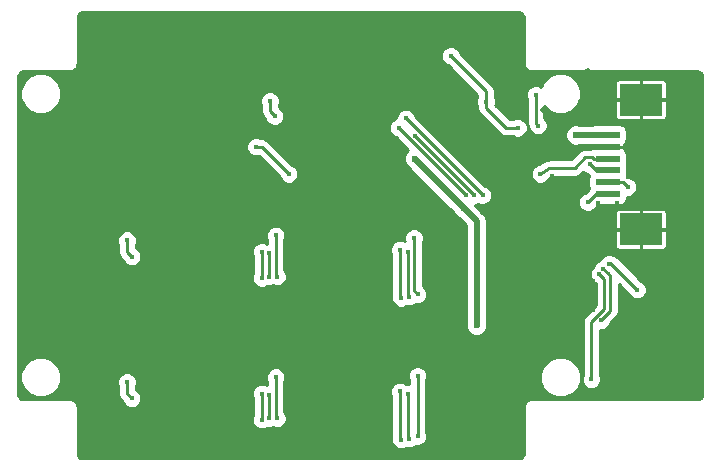
<source format=gbl>
G04 #@! TF.FileFunction,Copper,L2,Bot,Signal*
%FSLAX46Y46*%
G04 Gerber Fmt 4.6, Leading zero omitted, Abs format (unit mm)*
G04 Created by KiCad (PCBNEW 4.0.7) date 10/18/18 13:28:54*
%MOMM*%
%LPD*%
G01*
G04 APERTURE LIST*
%ADD10C,0.100000*%
%ADD11R,2.000000X0.610000*%
%ADD12R,3.600000X2.680000*%
%ADD13C,0.400000*%
%ADD14C,0.600000*%
%ADD15C,0.220000*%
%ADD16C,0.500000*%
%ADD17C,0.300000*%
G04 APERTURE END LIST*
D10*
D11*
X220000000Y-119500000D03*
X220000000Y-120500000D03*
X220000000Y-121500000D03*
X220000000Y-122500000D03*
X220000000Y-123500000D03*
X220000000Y-124500000D03*
D12*
X222800000Y-116510000D03*
X222800000Y-127490000D03*
D13*
X219625000Y-130825000D03*
X219400000Y-135200000D03*
D14*
X208900000Y-135600000D03*
X207800000Y-125700000D03*
X203675000Y-121500000D03*
D13*
X191400000Y-116600000D03*
X191800000Y-117900000D03*
X202300000Y-118900000D03*
X208000000Y-124600000D03*
X202900000Y-118100000D03*
X209400000Y-124600000D03*
X203700000Y-119600000D03*
X208700000Y-124600000D03*
X179300000Y-128400000D03*
X179700000Y-129800000D03*
X190700000Y-131600000D03*
X190700000Y-129400000D03*
X191900000Y-128000000D03*
X192000000Y-131500000D03*
X191300000Y-129500000D03*
X191300000Y-131500000D03*
X202400000Y-129200000D03*
X202500000Y-133300000D03*
X203900000Y-133000000D03*
X203600000Y-128200000D03*
X203100000Y-129400000D03*
X203200000Y-133200000D03*
X179700000Y-141800000D03*
X179300000Y-140400000D03*
X190700000Y-143600000D03*
X190700000Y-141400000D03*
X191900000Y-140000000D03*
X192000000Y-143500000D03*
X191300000Y-141500000D03*
X191300000Y-143500000D03*
X202500000Y-145300000D03*
X202400000Y-141200000D03*
X203900000Y-139900000D03*
X203900000Y-145000000D03*
X203100000Y-141400000D03*
X203200000Y-145200000D03*
X221700000Y-123900000D03*
X218500000Y-122000000D03*
X218300000Y-125200000D03*
X214300000Y-122800000D03*
X190200000Y-120500000D03*
X193000000Y-122800000D03*
X219300000Y-131300000D03*
X218600000Y-140200000D03*
X206700000Y-112800000D03*
X212400000Y-118900000D03*
X209700000Y-116700000D03*
X213900000Y-116100000D03*
X214100000Y-118700000D03*
X220100000Y-130400000D03*
X222500000Y-132600000D03*
D14*
X217300000Y-119500000D03*
D13*
X212593750Y-130931250D03*
X212593750Y-132218750D03*
X212593750Y-133506250D03*
X213881250Y-133506250D03*
X215168750Y-133506250D03*
X216456250Y-133506250D03*
X216456250Y-132218750D03*
X216456250Y-130931250D03*
X216456250Y-129643750D03*
X215168750Y-129643750D03*
X213881250Y-129643750D03*
X212593750Y-129643750D03*
X218725000Y-129075000D03*
X221600000Y-120800000D03*
X220800000Y-125300000D03*
X221700000Y-123100000D03*
X218725000Y-134325000D03*
X217800000Y-120500000D03*
X218725000Y-132825000D03*
X219200000Y-125300000D03*
X197500000Y-121500000D03*
X214500000Y-117400000D03*
X218300000Y-114100000D03*
X217300000Y-127400000D03*
X210200000Y-129800000D03*
X212750000Y-111750000D03*
X217000000Y-135900000D03*
X215800000Y-135900000D03*
X203600000Y-135700000D03*
X218700000Y-130300000D03*
X172800000Y-135600000D03*
X213800000Y-135900000D03*
X215300000Y-123000000D03*
X218725000Y-131825000D03*
X218400000Y-126200000D03*
X213800000Y-126900000D03*
X210400000Y-133500000D03*
X214049998Y-120800000D03*
X216800000Y-123400000D03*
D15*
X219625000Y-130825000D02*
X220000000Y-131200000D01*
X220200000Y-134400000D02*
X219400000Y-135200000D01*
X220200000Y-131400000D02*
X220200000Y-134400000D01*
X220000000Y-131200000D02*
X220200000Y-131400000D01*
D16*
X207800000Y-125700000D02*
X208900000Y-126800000D01*
X208900000Y-126800000D02*
X208900000Y-135600000D01*
X207800000Y-125700000D02*
X204000000Y-121900000D01*
X204000000Y-121900000D02*
X203675000Y-121500000D01*
D15*
X191400000Y-117500000D02*
X191400000Y-116600000D01*
X191800000Y-117900000D02*
X191400000Y-117500000D01*
X208000000Y-124600000D02*
X202300000Y-118900000D01*
X209400000Y-124600000D02*
X202900000Y-118100000D01*
X208700000Y-124600000D02*
X203700000Y-119600000D01*
X179300000Y-129400000D02*
X179300000Y-128400000D01*
X179700000Y-129800000D02*
X179300000Y-129400000D01*
X190700000Y-129400000D02*
X190700000Y-131600000D01*
X191900000Y-131400000D02*
X191900000Y-128000000D01*
X192000000Y-131500000D02*
X191900000Y-131400000D01*
X191300000Y-131500000D02*
X191300000Y-129500000D01*
X202400000Y-133200000D02*
X202400000Y-129200000D01*
X202500000Y-133300000D02*
X202400000Y-133200000D01*
X203900000Y-133000000D02*
X203600000Y-132700000D01*
X203600000Y-132700000D02*
X203600000Y-128200000D01*
X203100000Y-133100000D02*
X203100000Y-129400000D01*
X203200000Y-133200000D02*
X203100000Y-133100000D01*
X179700000Y-141800000D02*
X179300000Y-141400000D01*
X179300000Y-141400000D02*
X179300000Y-140400000D01*
X190700000Y-141400000D02*
X190700000Y-143600000D01*
X191900000Y-143400000D02*
X191900000Y-140000000D01*
X192000000Y-143500000D02*
X191900000Y-143400000D01*
X191300000Y-143500000D02*
X191300000Y-141500000D01*
X202500000Y-145300000D02*
X202400000Y-145200000D01*
X202400000Y-145200000D02*
X202400000Y-141200000D01*
X203900000Y-139900000D02*
X203900000Y-145000000D01*
X203100000Y-145100000D02*
X203100000Y-141400000D01*
X203200000Y-145200000D02*
X203100000Y-145100000D01*
X221300000Y-123500000D02*
X220000000Y-123500000D01*
X221700000Y-123900000D02*
X221300000Y-123500000D01*
X218500000Y-122000000D02*
X219000000Y-122500000D01*
X219000000Y-122500000D02*
X220000000Y-122500000D01*
X218300000Y-125200000D02*
X219000000Y-124500000D01*
X219000000Y-124500000D02*
X220000000Y-124500000D01*
X220000000Y-121500000D02*
X218800000Y-121500000D01*
X215000000Y-122300000D02*
X214300000Y-122800000D01*
X218100000Y-121400000D02*
X217200000Y-122300000D01*
X218700000Y-121400000D02*
X218100000Y-121400000D01*
X218800000Y-121500000D02*
X218700000Y-121400000D01*
X215000000Y-122300000D02*
X217200000Y-122300000D01*
X190700000Y-120500000D02*
X190200000Y-120500000D01*
X193000000Y-122800000D02*
X190700000Y-120500000D01*
X219300000Y-131300000D02*
X219700000Y-131700000D01*
X218600000Y-135300000D02*
X218600000Y-140200000D01*
X219700000Y-134200000D02*
X218600000Y-135300000D01*
X219700000Y-131700000D02*
X219700000Y-134200000D01*
X209700000Y-116700000D02*
X209700000Y-115800000D01*
X209700000Y-115800000D02*
X206700000Y-112800000D01*
X212400000Y-118900000D02*
X211400000Y-118900000D01*
X211400000Y-118900000D02*
X209700000Y-117200000D01*
X209700000Y-117200000D02*
X209700000Y-116700000D01*
X213900000Y-118300000D02*
X213900000Y-118500000D01*
X213900000Y-118300000D02*
X213900000Y-116100000D01*
X213900000Y-118500000D02*
X214100000Y-118700000D01*
D17*
X220100000Y-130400000D02*
X220300000Y-130400000D01*
X220300000Y-130400000D02*
X222500000Y-132600000D01*
D16*
X217300000Y-119500000D02*
X219200000Y-119500000D01*
D15*
X212593750Y-130931250D02*
X212600000Y-130937500D01*
X212600000Y-130937500D02*
X212600000Y-130950000D01*
X212593750Y-132218750D02*
X212600000Y-132212500D01*
X212600000Y-132212500D02*
X212600000Y-132200000D01*
X212593750Y-133506250D02*
X212600000Y-133500000D01*
X213881250Y-133506250D02*
X213887500Y-133500000D01*
X213887500Y-133500000D02*
X213900000Y-133500000D01*
X215168750Y-133506250D02*
X215162500Y-133500000D01*
X215162500Y-133500000D02*
X215150000Y-133500000D01*
X216456250Y-133506250D02*
X216450000Y-133500000D01*
X216456250Y-132218750D02*
X216450000Y-132212500D01*
X216450000Y-132212500D02*
X216450000Y-132200000D01*
X216456250Y-130931250D02*
X216450000Y-130937500D01*
X216450000Y-130937500D02*
X216450000Y-130950000D01*
X216456250Y-129643750D02*
X216450000Y-129650000D01*
X215168750Y-129643750D02*
X215162500Y-129650000D01*
X215162500Y-129650000D02*
X215150000Y-129650000D01*
X213881250Y-129643750D02*
X213887500Y-129650000D01*
X213887500Y-129650000D02*
X213900000Y-129650000D01*
X212593750Y-129643750D02*
X212600000Y-129650000D01*
X220000000Y-120500000D02*
X221300000Y-120500000D01*
X221300000Y-120500000D02*
X221600000Y-120800000D01*
D16*
X218400000Y-120500000D02*
X217800000Y-120500000D01*
X220000000Y-120500000D02*
X218400000Y-120500000D01*
X214500000Y-117400000D02*
X214600000Y-117400000D01*
X214600000Y-117400000D02*
X214900000Y-117700000D01*
X217900000Y-114500000D02*
X218300000Y-114100000D01*
D15*
X218400000Y-126100000D02*
X218400000Y-126200000D01*
D16*
X214100000Y-120749998D02*
X214100000Y-120700000D01*
X214049998Y-120800000D02*
X214100000Y-120749998D01*
D15*
G36*
X212648422Y-109141677D02*
X212774248Y-109225752D01*
X212858323Y-109351578D01*
X212890000Y-109510832D01*
X212890000Y-113500000D01*
X212892114Y-113521460D01*
X212930174Y-113712802D01*
X212946599Y-113752455D01*
X213054986Y-113914666D01*
X213085334Y-113945014D01*
X213247545Y-114053401D01*
X213287198Y-114069826D01*
X213478540Y-114107886D01*
X213500000Y-114110000D01*
X227589168Y-114110000D01*
X227748422Y-114141677D01*
X227874248Y-114225752D01*
X227958323Y-114351578D01*
X227990000Y-114510832D01*
X227990000Y-141489168D01*
X227958323Y-141648422D01*
X227874248Y-141774248D01*
X227748422Y-141858323D01*
X227589168Y-141890000D01*
X213500000Y-141890000D01*
X213478540Y-141892114D01*
X213287198Y-141930174D01*
X213247545Y-141946599D01*
X213085334Y-142054986D01*
X213054986Y-142085334D01*
X212946599Y-142247545D01*
X212930174Y-142287198D01*
X212892114Y-142478540D01*
X212890000Y-142500000D01*
X212890000Y-146489168D01*
X212858323Y-146648422D01*
X212774248Y-146774248D01*
X212648422Y-146858323D01*
X212489168Y-146890000D01*
X175510832Y-146890000D01*
X175351578Y-146858323D01*
X175225752Y-146774248D01*
X175141677Y-146648422D01*
X175110000Y-146489168D01*
X175110000Y-142500000D01*
X175107886Y-142478540D01*
X175069826Y-142287198D01*
X175053401Y-142247545D01*
X174945014Y-142085334D01*
X174914666Y-142054986D01*
X174752455Y-141946599D01*
X174712802Y-141930174D01*
X174521460Y-141892114D01*
X174500000Y-141890000D01*
X170510832Y-141890000D01*
X170351578Y-141858323D01*
X170225752Y-141774248D01*
X170141677Y-141648422D01*
X170110000Y-141489168D01*
X170110000Y-140340232D01*
X170281702Y-140340232D01*
X170542701Y-140971898D01*
X171025560Y-141455601D01*
X171656769Y-141717702D01*
X172340232Y-141718298D01*
X172971898Y-141457299D01*
X173455601Y-140974440D01*
X173626862Y-140561996D01*
X178481858Y-140561996D01*
X178572000Y-140780156D01*
X178572000Y-141400000D01*
X178627416Y-141678594D01*
X178708537Y-141800000D01*
X178785226Y-141914774D01*
X178916649Y-142046197D01*
X179006129Y-142262755D01*
X179236035Y-142493063D01*
X179536576Y-142617858D01*
X179861996Y-142618142D01*
X180162755Y-142493871D01*
X180393063Y-142263965D01*
X180517858Y-141963424D01*
X180518142Y-141638004D01*
X180486737Y-141561996D01*
X189881858Y-141561996D01*
X189972000Y-141780156D01*
X189972000Y-143220173D01*
X189882142Y-143436576D01*
X189881858Y-143761996D01*
X190006129Y-144062755D01*
X190236035Y-144293063D01*
X190536576Y-144417858D01*
X190861996Y-144418142D01*
X191120678Y-144311257D01*
X191136576Y-144317858D01*
X191461996Y-144318142D01*
X191650091Y-144240423D01*
X191836576Y-144317858D01*
X192161996Y-144318142D01*
X192462755Y-144193871D01*
X192693063Y-143963965D01*
X192817858Y-143663424D01*
X192818142Y-143338004D01*
X192693871Y-143037245D01*
X192628000Y-142971259D01*
X192628000Y-141361996D01*
X201581858Y-141361996D01*
X201672000Y-141580156D01*
X201672000Y-145200000D01*
X201682043Y-145250487D01*
X201681858Y-145461996D01*
X201806129Y-145762755D01*
X202036035Y-145993063D01*
X202336576Y-146117858D01*
X202661996Y-146118142D01*
X202962755Y-145993871D01*
X202967471Y-145989163D01*
X203036576Y-146017858D01*
X203361996Y-146018142D01*
X203662755Y-145893871D01*
X203738899Y-145817860D01*
X204061996Y-145818142D01*
X204362755Y-145693871D01*
X204593063Y-145463965D01*
X204717858Y-145163424D01*
X204718142Y-144838004D01*
X204628000Y-144619844D01*
X204628000Y-140340232D01*
X214281702Y-140340232D01*
X214542701Y-140971898D01*
X215025560Y-141455601D01*
X215656769Y-141717702D01*
X216340232Y-141718298D01*
X216971898Y-141457299D01*
X217455601Y-140974440D01*
X217709910Y-140361996D01*
X217781858Y-140361996D01*
X217906129Y-140662755D01*
X218136035Y-140893063D01*
X218436576Y-141017858D01*
X218761996Y-141018142D01*
X219062755Y-140893871D01*
X219293063Y-140663965D01*
X219417858Y-140363424D01*
X219418142Y-140038004D01*
X219328000Y-139819844D01*
X219328000Y-136017938D01*
X219561996Y-136018142D01*
X219862755Y-135893871D01*
X220093063Y-135663965D01*
X220183585Y-135445963D01*
X220714774Y-134914774D01*
X220872585Y-134678593D01*
X220928000Y-134400000D01*
X220928000Y-132114116D01*
X221756481Y-132942597D01*
X221806129Y-133062755D01*
X222036035Y-133293063D01*
X222336576Y-133417858D01*
X222661996Y-133418142D01*
X222962755Y-133293871D01*
X223193063Y-133063965D01*
X223317858Y-132763424D01*
X223318142Y-132438004D01*
X223193871Y-132137245D01*
X222963965Y-131906937D01*
X222842699Y-131856583D01*
X220843058Y-129856942D01*
X220757838Y-129800000D01*
X220593901Y-129690461D01*
X220460273Y-129663881D01*
X220263424Y-129582142D01*
X219938004Y-129581858D01*
X219637245Y-129706129D01*
X219406937Y-129936035D01*
X219359827Y-130049490D01*
X219162245Y-130131129D01*
X218931937Y-130361035D01*
X218825153Y-130618199D01*
X218606937Y-130836035D01*
X218482142Y-131136576D01*
X218481858Y-131461996D01*
X218606129Y-131762755D01*
X218836035Y-131993063D01*
X218972000Y-132049520D01*
X218972000Y-133898452D01*
X218085226Y-134785226D01*
X217927416Y-135021406D01*
X217872000Y-135300000D01*
X217872000Y-139820173D01*
X217782142Y-140036576D01*
X217781858Y-140361996D01*
X217709910Y-140361996D01*
X217717702Y-140343231D01*
X217718298Y-139659768D01*
X217457299Y-139028102D01*
X216974440Y-138544399D01*
X216343231Y-138282298D01*
X215659768Y-138281702D01*
X215028102Y-138542701D01*
X214544399Y-139025560D01*
X214282298Y-139656769D01*
X214281702Y-140340232D01*
X204628000Y-140340232D01*
X204628000Y-140279827D01*
X204717858Y-140063424D01*
X204718142Y-139738004D01*
X204593871Y-139437245D01*
X204363965Y-139206937D01*
X204063424Y-139082142D01*
X203738004Y-139081858D01*
X203437245Y-139206129D01*
X203206937Y-139436035D01*
X203082142Y-139736576D01*
X203081858Y-140061996D01*
X203172000Y-140280156D01*
X203172000Y-140582062D01*
X202938756Y-140581859D01*
X202863965Y-140506937D01*
X202563424Y-140382142D01*
X202238004Y-140381858D01*
X201937245Y-140506129D01*
X201706937Y-140736035D01*
X201582142Y-141036576D01*
X201581858Y-141361996D01*
X192628000Y-141361996D01*
X192628000Y-140379827D01*
X192717858Y-140163424D01*
X192718142Y-139838004D01*
X192593871Y-139537245D01*
X192363965Y-139306937D01*
X192063424Y-139182142D01*
X191738004Y-139181858D01*
X191437245Y-139306129D01*
X191206937Y-139536035D01*
X191082142Y-139836576D01*
X191081858Y-140161996D01*
X191172000Y-140380156D01*
X191172000Y-140681888D01*
X191138004Y-140681858D01*
X191120743Y-140688990D01*
X190863424Y-140582142D01*
X190538004Y-140581858D01*
X190237245Y-140706129D01*
X190006937Y-140936035D01*
X189882142Y-141236576D01*
X189881858Y-141561996D01*
X180486737Y-141561996D01*
X180393871Y-141337245D01*
X180163965Y-141106937D01*
X180028000Y-141050480D01*
X180028000Y-140779827D01*
X180117858Y-140563424D01*
X180118142Y-140238004D01*
X179993871Y-139937245D01*
X179763965Y-139706937D01*
X179463424Y-139582142D01*
X179138004Y-139581858D01*
X178837245Y-139706129D01*
X178606937Y-139936035D01*
X178482142Y-140236576D01*
X178481858Y-140561996D01*
X173626862Y-140561996D01*
X173717702Y-140343231D01*
X173718298Y-139659768D01*
X173457299Y-139028102D01*
X172974440Y-138544399D01*
X172343231Y-138282298D01*
X171659768Y-138281702D01*
X171028102Y-138542701D01*
X170544399Y-139025560D01*
X170282298Y-139656769D01*
X170281702Y-140340232D01*
X170110000Y-140340232D01*
X170110000Y-128561996D01*
X178481858Y-128561996D01*
X178572000Y-128780156D01*
X178572000Y-129400000D01*
X178627416Y-129678594D01*
X178708537Y-129800000D01*
X178785226Y-129914774D01*
X178916649Y-130046197D01*
X179006129Y-130262755D01*
X179236035Y-130493063D01*
X179536576Y-130617858D01*
X179861996Y-130618142D01*
X180162755Y-130493871D01*
X180393063Y-130263965D01*
X180517858Y-129963424D01*
X180518142Y-129638004D01*
X180486737Y-129561996D01*
X189881858Y-129561996D01*
X189972000Y-129780156D01*
X189972000Y-131220173D01*
X189882142Y-131436576D01*
X189881858Y-131761996D01*
X190006129Y-132062755D01*
X190236035Y-132293063D01*
X190536576Y-132417858D01*
X190861996Y-132418142D01*
X191120678Y-132311257D01*
X191136576Y-132317858D01*
X191461996Y-132318142D01*
X191650091Y-132240423D01*
X191836576Y-132317858D01*
X192161996Y-132318142D01*
X192462755Y-132193871D01*
X192693063Y-131963965D01*
X192817858Y-131663424D01*
X192818142Y-131338004D01*
X192693871Y-131037245D01*
X192628000Y-130971259D01*
X192628000Y-129361996D01*
X201581858Y-129361996D01*
X201672000Y-129580156D01*
X201672000Y-133200000D01*
X201682043Y-133250487D01*
X201681858Y-133461996D01*
X201806129Y-133762755D01*
X202036035Y-133993063D01*
X202336576Y-134117858D01*
X202661996Y-134118142D01*
X202962755Y-133993871D01*
X202967471Y-133989163D01*
X203036576Y-134017858D01*
X203361996Y-134018142D01*
X203662755Y-133893871D01*
X203738899Y-133817860D01*
X204061996Y-133818142D01*
X204362755Y-133693871D01*
X204593063Y-133463965D01*
X204717858Y-133163424D01*
X204718142Y-132838004D01*
X204593871Y-132537245D01*
X204363965Y-132306937D01*
X204328000Y-132292003D01*
X204328000Y-128579827D01*
X204417858Y-128363424D01*
X204418142Y-128038004D01*
X204293871Y-127737245D01*
X204063965Y-127506937D01*
X203763424Y-127382142D01*
X203438004Y-127381858D01*
X203137245Y-127506129D01*
X202906937Y-127736035D01*
X202782142Y-128036576D01*
X202781858Y-128361996D01*
X202837145Y-128495800D01*
X202563424Y-128382142D01*
X202238004Y-128381858D01*
X201937245Y-128506129D01*
X201706937Y-128736035D01*
X201582142Y-129036576D01*
X201581858Y-129361996D01*
X192628000Y-129361996D01*
X192628000Y-128379827D01*
X192717858Y-128163424D01*
X192718142Y-127838004D01*
X192593871Y-127537245D01*
X192363965Y-127306937D01*
X192063424Y-127182142D01*
X191738004Y-127181858D01*
X191437245Y-127306129D01*
X191206937Y-127536035D01*
X191082142Y-127836576D01*
X191081858Y-128161996D01*
X191172000Y-128380156D01*
X191172000Y-128681888D01*
X191138004Y-128681858D01*
X191120743Y-128688990D01*
X190863424Y-128582142D01*
X190538004Y-128581858D01*
X190237245Y-128706129D01*
X190006937Y-128936035D01*
X189882142Y-129236576D01*
X189881858Y-129561996D01*
X180486737Y-129561996D01*
X180393871Y-129337245D01*
X180163965Y-129106937D01*
X180028000Y-129050480D01*
X180028000Y-128779827D01*
X180117858Y-128563424D01*
X180118142Y-128238004D01*
X179993871Y-127937245D01*
X179763965Y-127706937D01*
X179463424Y-127582142D01*
X179138004Y-127581858D01*
X178837245Y-127706129D01*
X178606937Y-127936035D01*
X178482142Y-128236576D01*
X178481858Y-128561996D01*
X170110000Y-128561996D01*
X170110000Y-120661996D01*
X189381858Y-120661996D01*
X189506129Y-120962755D01*
X189736035Y-121193063D01*
X190036576Y-121317858D01*
X190361996Y-121318142D01*
X190451579Y-121281127D01*
X192216649Y-123046197D01*
X192306129Y-123262755D01*
X192536035Y-123493063D01*
X192836576Y-123617858D01*
X193161996Y-123618142D01*
X193462755Y-123493871D01*
X193693063Y-123263965D01*
X193817858Y-122963424D01*
X193818142Y-122638004D01*
X193693871Y-122337245D01*
X193463965Y-122106937D01*
X193245963Y-122016415D01*
X191214774Y-119985226D01*
X191068516Y-119887500D01*
X190978594Y-119827416D01*
X190700000Y-119772000D01*
X190579827Y-119772000D01*
X190363424Y-119682142D01*
X190038004Y-119681858D01*
X189737245Y-119806129D01*
X189506937Y-120036035D01*
X189382142Y-120336576D01*
X189381858Y-120661996D01*
X170110000Y-120661996D01*
X170110000Y-119061996D01*
X201481858Y-119061996D01*
X201606129Y-119362755D01*
X201836035Y-119593063D01*
X202054037Y-119683585D01*
X203123687Y-120753235D01*
X202897211Y-120979316D01*
X202757159Y-121316597D01*
X202756841Y-121681800D01*
X202896303Y-122019326D01*
X203154316Y-122277789D01*
X203205998Y-122299249D01*
X203326333Y-122447354D01*
X203361123Y-122476193D01*
X203386231Y-122513769D01*
X206971672Y-126099209D01*
X207021303Y-126219326D01*
X207279316Y-126477789D01*
X207400622Y-126528160D01*
X208032000Y-127159538D01*
X208032000Y-135296567D01*
X207982159Y-135416597D01*
X207981841Y-135781800D01*
X208121303Y-136119326D01*
X208379316Y-136377789D01*
X208716597Y-136517841D01*
X209081800Y-136518159D01*
X209419326Y-136378697D01*
X209677789Y-136120684D01*
X209817841Y-135783403D01*
X209818159Y-135418200D01*
X209768000Y-135296805D01*
X209768000Y-127607500D01*
X220590000Y-127607500D01*
X220590000Y-128911554D01*
X220652419Y-129062246D01*
X220767754Y-129177581D01*
X220918446Y-129240000D01*
X222682500Y-129240000D01*
X222785000Y-129137500D01*
X222785000Y-127505000D01*
X222815000Y-127505000D01*
X222815000Y-129137500D01*
X222917500Y-129240000D01*
X224681554Y-129240000D01*
X224832246Y-129177581D01*
X224947581Y-129062246D01*
X225010000Y-128911554D01*
X225010000Y-127607500D01*
X224907500Y-127505000D01*
X222815000Y-127505000D01*
X222785000Y-127505000D01*
X220692500Y-127505000D01*
X220590000Y-127607500D01*
X209768000Y-127607500D01*
X209768000Y-126800005D01*
X209768001Y-126800000D01*
X209701927Y-126467831D01*
X209513769Y-126186231D01*
X209395984Y-126068446D01*
X220590000Y-126068446D01*
X220590000Y-127372500D01*
X220692500Y-127475000D01*
X222785000Y-127475000D01*
X222785000Y-125842500D01*
X222815000Y-125842500D01*
X222815000Y-127475000D01*
X224907500Y-127475000D01*
X225010000Y-127372500D01*
X225010000Y-126068446D01*
X224947581Y-125917754D01*
X224832246Y-125802419D01*
X224681554Y-125740000D01*
X222917500Y-125740000D01*
X222815000Y-125842500D01*
X222785000Y-125842500D01*
X222682500Y-125740000D01*
X220918446Y-125740000D01*
X220767754Y-125802419D01*
X220652419Y-125917754D01*
X220590000Y-126068446D01*
X209395984Y-126068446D01*
X208745578Y-125418040D01*
X208861996Y-125418142D01*
X209050091Y-125340423D01*
X209236576Y-125417858D01*
X209561996Y-125418142D01*
X209862755Y-125293871D01*
X210093063Y-125063965D01*
X210217858Y-124763424D01*
X210218142Y-124438004D01*
X210093871Y-124137245D01*
X209863965Y-123906937D01*
X209645963Y-123816415D01*
X208791544Y-122961996D01*
X213481858Y-122961996D01*
X213606129Y-123262755D01*
X213836035Y-123493063D01*
X214136576Y-123617858D01*
X214461996Y-123618142D01*
X214762755Y-123493871D01*
X214993063Y-123263965D01*
X215031061Y-123172456D01*
X215233299Y-123028000D01*
X217200000Y-123028000D01*
X217478594Y-122972584D01*
X217714774Y-122814774D01*
X217936347Y-122593201D01*
X218036035Y-122693063D01*
X218254037Y-122783585D01*
X218391782Y-122921330D01*
X218407932Y-123007161D01*
X218369893Y-123195000D01*
X218369893Y-123805000D01*
X218407932Y-124007161D01*
X218393874Y-124076579D01*
X218053803Y-124416649D01*
X217837245Y-124506129D01*
X217606937Y-124736035D01*
X217482142Y-125036576D01*
X217481858Y-125361996D01*
X217606129Y-125662755D01*
X217836035Y-125893063D01*
X218136576Y-126017858D01*
X218461996Y-126018142D01*
X218762755Y-125893871D01*
X218993063Y-125663965D01*
X219083585Y-125445962D01*
X219094441Y-125435107D01*
X221000000Y-125435107D01*
X221229017Y-125392015D01*
X221439355Y-125256666D01*
X221580463Y-125050147D01*
X221630107Y-124805000D01*
X221630107Y-124717940D01*
X221861996Y-124718142D01*
X222162755Y-124593871D01*
X222393063Y-124363965D01*
X222517858Y-124063424D01*
X222518142Y-123738004D01*
X222393871Y-123437245D01*
X222163965Y-123206937D01*
X221945963Y-123116415D01*
X221814774Y-122985226D01*
X221761834Y-122949853D01*
X221619969Y-122855062D01*
X221630107Y-122805000D01*
X221630107Y-122195000D01*
X221592068Y-121992839D01*
X221630107Y-121805000D01*
X221630107Y-121195000D01*
X221587015Y-120965983D01*
X221451666Y-120755645D01*
X221410000Y-120727176D01*
X221410000Y-120617500D01*
X221307500Y-120515000D01*
X220015000Y-120515000D01*
X220015000Y-120535000D01*
X219985000Y-120535000D01*
X219985000Y-120515000D01*
X218692500Y-120515000D01*
X218590000Y-120617500D01*
X218590000Y-120672000D01*
X218100000Y-120672000D01*
X217821406Y-120727416D01*
X217744813Y-120778594D01*
X217585226Y-120885226D01*
X216898452Y-121572000D01*
X215000000Y-121572000D01*
X214918664Y-121588179D01*
X214835770Y-121590766D01*
X214780681Y-121615625D01*
X214721406Y-121627416D01*
X214652450Y-121673491D01*
X214576859Y-121707602D01*
X214192834Y-121981906D01*
X214138004Y-121981858D01*
X213837245Y-122106129D01*
X213606937Y-122336035D01*
X213482142Y-122636576D01*
X213481858Y-122961996D01*
X208791544Y-122961996D01*
X203683351Y-117853803D01*
X203593871Y-117637245D01*
X203363965Y-117406937D01*
X203063424Y-117282142D01*
X202738004Y-117281858D01*
X202437245Y-117406129D01*
X202206937Y-117636035D01*
X202082142Y-117936576D01*
X202081995Y-118105000D01*
X201837245Y-118206129D01*
X201606937Y-118436035D01*
X201482142Y-118736576D01*
X201481858Y-119061996D01*
X170110000Y-119061996D01*
X170110000Y-116340232D01*
X170281702Y-116340232D01*
X170542701Y-116971898D01*
X171025560Y-117455601D01*
X171656769Y-117717702D01*
X172340232Y-117718298D01*
X172971898Y-117457299D01*
X173455601Y-116974440D01*
X173543815Y-116761996D01*
X190581858Y-116761996D01*
X190672000Y-116980156D01*
X190672000Y-117500000D01*
X190727416Y-117778594D01*
X190885226Y-118014774D01*
X191016649Y-118146197D01*
X191106129Y-118362755D01*
X191336035Y-118593063D01*
X191636576Y-118717858D01*
X191961996Y-118718142D01*
X192262755Y-118593871D01*
X192493063Y-118363965D01*
X192617858Y-118063424D01*
X192618142Y-117738004D01*
X192493871Y-117437245D01*
X192263965Y-117206937D01*
X192128000Y-117150480D01*
X192128000Y-116979827D01*
X192217858Y-116763424D01*
X192218142Y-116438004D01*
X192093871Y-116137245D01*
X191863965Y-115906937D01*
X191563424Y-115782142D01*
X191238004Y-115781858D01*
X190937245Y-115906129D01*
X190706937Y-116136035D01*
X190582142Y-116436576D01*
X190581858Y-116761996D01*
X173543815Y-116761996D01*
X173717702Y-116343231D01*
X173718298Y-115659768D01*
X173457299Y-115028102D01*
X172974440Y-114544399D01*
X172343231Y-114282298D01*
X171659768Y-114281702D01*
X171028102Y-114542701D01*
X170544399Y-115025560D01*
X170282298Y-115656769D01*
X170281702Y-116340232D01*
X170110000Y-116340232D01*
X170110000Y-114510832D01*
X170141677Y-114351578D01*
X170225752Y-114225752D01*
X170351578Y-114141677D01*
X170510832Y-114110000D01*
X174500000Y-114110000D01*
X174521460Y-114107886D01*
X174712802Y-114069826D01*
X174752455Y-114053401D01*
X174914666Y-113945014D01*
X174945014Y-113914666D01*
X175053401Y-113752455D01*
X175069826Y-113712802D01*
X175107886Y-113521460D01*
X175110000Y-113500000D01*
X175110000Y-112961996D01*
X205881858Y-112961996D01*
X206006129Y-113262755D01*
X206236035Y-113493063D01*
X206454037Y-113583585D01*
X208972000Y-116101548D01*
X208972000Y-116320173D01*
X208882142Y-116536576D01*
X208881858Y-116861996D01*
X208972000Y-117080156D01*
X208972000Y-117200000D01*
X209027416Y-117478594D01*
X209133423Y-117637245D01*
X209185226Y-117714774D01*
X210885226Y-119414774D01*
X211121406Y-119572584D01*
X211400000Y-119628000D01*
X212020173Y-119628000D01*
X212236576Y-119717858D01*
X212561996Y-119718142D01*
X212649950Y-119681800D01*
X216381841Y-119681800D01*
X216521303Y-120019326D01*
X216779316Y-120277789D01*
X217116597Y-120417841D01*
X217481800Y-120418159D01*
X217603195Y-120368000D01*
X218590000Y-120368000D01*
X218590000Y-120382500D01*
X218692500Y-120485000D01*
X219985000Y-120485000D01*
X219985000Y-120465000D01*
X220015000Y-120465000D01*
X220015000Y-120485000D01*
X221307500Y-120485000D01*
X221410000Y-120382500D01*
X221410000Y-120275555D01*
X221439355Y-120256666D01*
X221580463Y-120050147D01*
X221630107Y-119805000D01*
X221630107Y-119195000D01*
X221587015Y-118965983D01*
X221451666Y-118755645D01*
X221245147Y-118614537D01*
X221000000Y-118564893D01*
X219000000Y-118564893D01*
X218770983Y-118607985D01*
X218733663Y-118632000D01*
X217603433Y-118632000D01*
X217483403Y-118582159D01*
X217118200Y-118581841D01*
X216780674Y-118721303D01*
X216522211Y-118979316D01*
X216382159Y-119316597D01*
X216381841Y-119681800D01*
X212649950Y-119681800D01*
X212862755Y-119593871D01*
X213093063Y-119363965D01*
X213217858Y-119063424D01*
X213218142Y-118738004D01*
X213093871Y-118437245D01*
X212863965Y-118206937D01*
X212563424Y-118082142D01*
X212238004Y-118081858D01*
X212019844Y-118172000D01*
X211701548Y-118172000D01*
X210481216Y-116951668D01*
X210517858Y-116863424D01*
X210518142Y-116538004D01*
X210428000Y-116319844D01*
X210428000Y-116261996D01*
X213081858Y-116261996D01*
X213172000Y-116480156D01*
X213172000Y-118500000D01*
X213227416Y-118778594D01*
X213281860Y-118860075D01*
X213281858Y-118861996D01*
X213406129Y-119162755D01*
X213636035Y-119393063D01*
X213936576Y-119517858D01*
X214261996Y-119518142D01*
X214562755Y-119393871D01*
X214793063Y-119163965D01*
X214917858Y-118863424D01*
X214918142Y-118538004D01*
X214793871Y-118237245D01*
X214628000Y-118071084D01*
X214628000Y-117057346D01*
X215025560Y-117455601D01*
X215656769Y-117717702D01*
X216340232Y-117718298D01*
X216971898Y-117457299D01*
X217455601Y-116974440D01*
X217599663Y-116627500D01*
X220590000Y-116627500D01*
X220590000Y-117931554D01*
X220652419Y-118082246D01*
X220767754Y-118197581D01*
X220918446Y-118260000D01*
X222682500Y-118260000D01*
X222785000Y-118157500D01*
X222785000Y-116525000D01*
X222815000Y-116525000D01*
X222815000Y-118157500D01*
X222917500Y-118260000D01*
X224681554Y-118260000D01*
X224832246Y-118197581D01*
X224947581Y-118082246D01*
X225010000Y-117931554D01*
X225010000Y-116627500D01*
X224907500Y-116525000D01*
X222815000Y-116525000D01*
X222785000Y-116525000D01*
X220692500Y-116525000D01*
X220590000Y-116627500D01*
X217599663Y-116627500D01*
X217717702Y-116343231D01*
X217718298Y-115659768D01*
X217482233Y-115088446D01*
X220590000Y-115088446D01*
X220590000Y-116392500D01*
X220692500Y-116495000D01*
X222785000Y-116495000D01*
X222785000Y-114862500D01*
X222815000Y-114862500D01*
X222815000Y-116495000D01*
X224907500Y-116495000D01*
X225010000Y-116392500D01*
X225010000Y-115088446D01*
X224947581Y-114937754D01*
X224832246Y-114822419D01*
X224681554Y-114760000D01*
X222917500Y-114760000D01*
X222815000Y-114862500D01*
X222785000Y-114862500D01*
X222682500Y-114760000D01*
X220918446Y-114760000D01*
X220767754Y-114822419D01*
X220652419Y-114937754D01*
X220590000Y-115088446D01*
X217482233Y-115088446D01*
X217457299Y-115028102D01*
X216974440Y-114544399D01*
X216343231Y-114282298D01*
X215659768Y-114281702D01*
X215028102Y-114542701D01*
X214544399Y-115025560D01*
X214379553Y-115422552D01*
X214363965Y-115406937D01*
X214063424Y-115282142D01*
X213738004Y-115281858D01*
X213437245Y-115406129D01*
X213206937Y-115636035D01*
X213082142Y-115936576D01*
X213081858Y-116261996D01*
X210428000Y-116261996D01*
X210428000Y-115800005D01*
X210428001Y-115800000D01*
X210372585Y-115521407D01*
X210214774Y-115285226D01*
X207483351Y-112553803D01*
X207393871Y-112337245D01*
X207163965Y-112106937D01*
X206863424Y-111982142D01*
X206538004Y-111981858D01*
X206237245Y-112106129D01*
X206006937Y-112336035D01*
X205882142Y-112636576D01*
X205881858Y-112961996D01*
X175110000Y-112961996D01*
X175110000Y-109510832D01*
X175141677Y-109351578D01*
X175225752Y-109225752D01*
X175351578Y-109141677D01*
X175510832Y-109110000D01*
X212489168Y-109110000D01*
X212648422Y-109141677D01*
X212648422Y-109141677D01*
G37*
X212648422Y-109141677D02*
X212774248Y-109225752D01*
X212858323Y-109351578D01*
X212890000Y-109510832D01*
X212890000Y-113500000D01*
X212892114Y-113521460D01*
X212930174Y-113712802D01*
X212946599Y-113752455D01*
X213054986Y-113914666D01*
X213085334Y-113945014D01*
X213247545Y-114053401D01*
X213287198Y-114069826D01*
X213478540Y-114107886D01*
X213500000Y-114110000D01*
X227589168Y-114110000D01*
X227748422Y-114141677D01*
X227874248Y-114225752D01*
X227958323Y-114351578D01*
X227990000Y-114510832D01*
X227990000Y-141489168D01*
X227958323Y-141648422D01*
X227874248Y-141774248D01*
X227748422Y-141858323D01*
X227589168Y-141890000D01*
X213500000Y-141890000D01*
X213478540Y-141892114D01*
X213287198Y-141930174D01*
X213247545Y-141946599D01*
X213085334Y-142054986D01*
X213054986Y-142085334D01*
X212946599Y-142247545D01*
X212930174Y-142287198D01*
X212892114Y-142478540D01*
X212890000Y-142500000D01*
X212890000Y-146489168D01*
X212858323Y-146648422D01*
X212774248Y-146774248D01*
X212648422Y-146858323D01*
X212489168Y-146890000D01*
X175510832Y-146890000D01*
X175351578Y-146858323D01*
X175225752Y-146774248D01*
X175141677Y-146648422D01*
X175110000Y-146489168D01*
X175110000Y-142500000D01*
X175107886Y-142478540D01*
X175069826Y-142287198D01*
X175053401Y-142247545D01*
X174945014Y-142085334D01*
X174914666Y-142054986D01*
X174752455Y-141946599D01*
X174712802Y-141930174D01*
X174521460Y-141892114D01*
X174500000Y-141890000D01*
X170510832Y-141890000D01*
X170351578Y-141858323D01*
X170225752Y-141774248D01*
X170141677Y-141648422D01*
X170110000Y-141489168D01*
X170110000Y-140340232D01*
X170281702Y-140340232D01*
X170542701Y-140971898D01*
X171025560Y-141455601D01*
X171656769Y-141717702D01*
X172340232Y-141718298D01*
X172971898Y-141457299D01*
X173455601Y-140974440D01*
X173626862Y-140561996D01*
X178481858Y-140561996D01*
X178572000Y-140780156D01*
X178572000Y-141400000D01*
X178627416Y-141678594D01*
X178708537Y-141800000D01*
X178785226Y-141914774D01*
X178916649Y-142046197D01*
X179006129Y-142262755D01*
X179236035Y-142493063D01*
X179536576Y-142617858D01*
X179861996Y-142618142D01*
X180162755Y-142493871D01*
X180393063Y-142263965D01*
X180517858Y-141963424D01*
X180518142Y-141638004D01*
X180486737Y-141561996D01*
X189881858Y-141561996D01*
X189972000Y-141780156D01*
X189972000Y-143220173D01*
X189882142Y-143436576D01*
X189881858Y-143761996D01*
X190006129Y-144062755D01*
X190236035Y-144293063D01*
X190536576Y-144417858D01*
X190861996Y-144418142D01*
X191120678Y-144311257D01*
X191136576Y-144317858D01*
X191461996Y-144318142D01*
X191650091Y-144240423D01*
X191836576Y-144317858D01*
X192161996Y-144318142D01*
X192462755Y-144193871D01*
X192693063Y-143963965D01*
X192817858Y-143663424D01*
X192818142Y-143338004D01*
X192693871Y-143037245D01*
X192628000Y-142971259D01*
X192628000Y-141361996D01*
X201581858Y-141361996D01*
X201672000Y-141580156D01*
X201672000Y-145200000D01*
X201682043Y-145250487D01*
X201681858Y-145461996D01*
X201806129Y-145762755D01*
X202036035Y-145993063D01*
X202336576Y-146117858D01*
X202661996Y-146118142D01*
X202962755Y-145993871D01*
X202967471Y-145989163D01*
X203036576Y-146017858D01*
X203361996Y-146018142D01*
X203662755Y-145893871D01*
X203738899Y-145817860D01*
X204061996Y-145818142D01*
X204362755Y-145693871D01*
X204593063Y-145463965D01*
X204717858Y-145163424D01*
X204718142Y-144838004D01*
X204628000Y-144619844D01*
X204628000Y-140340232D01*
X214281702Y-140340232D01*
X214542701Y-140971898D01*
X215025560Y-141455601D01*
X215656769Y-141717702D01*
X216340232Y-141718298D01*
X216971898Y-141457299D01*
X217455601Y-140974440D01*
X217709910Y-140361996D01*
X217781858Y-140361996D01*
X217906129Y-140662755D01*
X218136035Y-140893063D01*
X218436576Y-141017858D01*
X218761996Y-141018142D01*
X219062755Y-140893871D01*
X219293063Y-140663965D01*
X219417858Y-140363424D01*
X219418142Y-140038004D01*
X219328000Y-139819844D01*
X219328000Y-136017938D01*
X219561996Y-136018142D01*
X219862755Y-135893871D01*
X220093063Y-135663965D01*
X220183585Y-135445963D01*
X220714774Y-134914774D01*
X220872585Y-134678593D01*
X220928000Y-134400000D01*
X220928000Y-132114116D01*
X221756481Y-132942597D01*
X221806129Y-133062755D01*
X222036035Y-133293063D01*
X222336576Y-133417858D01*
X222661996Y-133418142D01*
X222962755Y-133293871D01*
X223193063Y-133063965D01*
X223317858Y-132763424D01*
X223318142Y-132438004D01*
X223193871Y-132137245D01*
X222963965Y-131906937D01*
X222842699Y-131856583D01*
X220843058Y-129856942D01*
X220757838Y-129800000D01*
X220593901Y-129690461D01*
X220460273Y-129663881D01*
X220263424Y-129582142D01*
X219938004Y-129581858D01*
X219637245Y-129706129D01*
X219406937Y-129936035D01*
X219359827Y-130049490D01*
X219162245Y-130131129D01*
X218931937Y-130361035D01*
X218825153Y-130618199D01*
X218606937Y-130836035D01*
X218482142Y-131136576D01*
X218481858Y-131461996D01*
X218606129Y-131762755D01*
X218836035Y-131993063D01*
X218972000Y-132049520D01*
X218972000Y-133898452D01*
X218085226Y-134785226D01*
X217927416Y-135021406D01*
X217872000Y-135300000D01*
X217872000Y-139820173D01*
X217782142Y-140036576D01*
X217781858Y-140361996D01*
X217709910Y-140361996D01*
X217717702Y-140343231D01*
X217718298Y-139659768D01*
X217457299Y-139028102D01*
X216974440Y-138544399D01*
X216343231Y-138282298D01*
X215659768Y-138281702D01*
X215028102Y-138542701D01*
X214544399Y-139025560D01*
X214282298Y-139656769D01*
X214281702Y-140340232D01*
X204628000Y-140340232D01*
X204628000Y-140279827D01*
X204717858Y-140063424D01*
X204718142Y-139738004D01*
X204593871Y-139437245D01*
X204363965Y-139206937D01*
X204063424Y-139082142D01*
X203738004Y-139081858D01*
X203437245Y-139206129D01*
X203206937Y-139436035D01*
X203082142Y-139736576D01*
X203081858Y-140061996D01*
X203172000Y-140280156D01*
X203172000Y-140582062D01*
X202938756Y-140581859D01*
X202863965Y-140506937D01*
X202563424Y-140382142D01*
X202238004Y-140381858D01*
X201937245Y-140506129D01*
X201706937Y-140736035D01*
X201582142Y-141036576D01*
X201581858Y-141361996D01*
X192628000Y-141361996D01*
X192628000Y-140379827D01*
X192717858Y-140163424D01*
X192718142Y-139838004D01*
X192593871Y-139537245D01*
X192363965Y-139306937D01*
X192063424Y-139182142D01*
X191738004Y-139181858D01*
X191437245Y-139306129D01*
X191206937Y-139536035D01*
X191082142Y-139836576D01*
X191081858Y-140161996D01*
X191172000Y-140380156D01*
X191172000Y-140681888D01*
X191138004Y-140681858D01*
X191120743Y-140688990D01*
X190863424Y-140582142D01*
X190538004Y-140581858D01*
X190237245Y-140706129D01*
X190006937Y-140936035D01*
X189882142Y-141236576D01*
X189881858Y-141561996D01*
X180486737Y-141561996D01*
X180393871Y-141337245D01*
X180163965Y-141106937D01*
X180028000Y-141050480D01*
X180028000Y-140779827D01*
X180117858Y-140563424D01*
X180118142Y-140238004D01*
X179993871Y-139937245D01*
X179763965Y-139706937D01*
X179463424Y-139582142D01*
X179138004Y-139581858D01*
X178837245Y-139706129D01*
X178606937Y-139936035D01*
X178482142Y-140236576D01*
X178481858Y-140561996D01*
X173626862Y-140561996D01*
X173717702Y-140343231D01*
X173718298Y-139659768D01*
X173457299Y-139028102D01*
X172974440Y-138544399D01*
X172343231Y-138282298D01*
X171659768Y-138281702D01*
X171028102Y-138542701D01*
X170544399Y-139025560D01*
X170282298Y-139656769D01*
X170281702Y-140340232D01*
X170110000Y-140340232D01*
X170110000Y-128561996D01*
X178481858Y-128561996D01*
X178572000Y-128780156D01*
X178572000Y-129400000D01*
X178627416Y-129678594D01*
X178708537Y-129800000D01*
X178785226Y-129914774D01*
X178916649Y-130046197D01*
X179006129Y-130262755D01*
X179236035Y-130493063D01*
X179536576Y-130617858D01*
X179861996Y-130618142D01*
X180162755Y-130493871D01*
X180393063Y-130263965D01*
X180517858Y-129963424D01*
X180518142Y-129638004D01*
X180486737Y-129561996D01*
X189881858Y-129561996D01*
X189972000Y-129780156D01*
X189972000Y-131220173D01*
X189882142Y-131436576D01*
X189881858Y-131761996D01*
X190006129Y-132062755D01*
X190236035Y-132293063D01*
X190536576Y-132417858D01*
X190861996Y-132418142D01*
X191120678Y-132311257D01*
X191136576Y-132317858D01*
X191461996Y-132318142D01*
X191650091Y-132240423D01*
X191836576Y-132317858D01*
X192161996Y-132318142D01*
X192462755Y-132193871D01*
X192693063Y-131963965D01*
X192817858Y-131663424D01*
X192818142Y-131338004D01*
X192693871Y-131037245D01*
X192628000Y-130971259D01*
X192628000Y-129361996D01*
X201581858Y-129361996D01*
X201672000Y-129580156D01*
X201672000Y-133200000D01*
X201682043Y-133250487D01*
X201681858Y-133461996D01*
X201806129Y-133762755D01*
X202036035Y-133993063D01*
X202336576Y-134117858D01*
X202661996Y-134118142D01*
X202962755Y-133993871D01*
X202967471Y-133989163D01*
X203036576Y-134017858D01*
X203361996Y-134018142D01*
X203662755Y-133893871D01*
X203738899Y-133817860D01*
X204061996Y-133818142D01*
X204362755Y-133693871D01*
X204593063Y-133463965D01*
X204717858Y-133163424D01*
X204718142Y-132838004D01*
X204593871Y-132537245D01*
X204363965Y-132306937D01*
X204328000Y-132292003D01*
X204328000Y-128579827D01*
X204417858Y-128363424D01*
X204418142Y-128038004D01*
X204293871Y-127737245D01*
X204063965Y-127506937D01*
X203763424Y-127382142D01*
X203438004Y-127381858D01*
X203137245Y-127506129D01*
X202906937Y-127736035D01*
X202782142Y-128036576D01*
X202781858Y-128361996D01*
X202837145Y-128495800D01*
X202563424Y-128382142D01*
X202238004Y-128381858D01*
X201937245Y-128506129D01*
X201706937Y-128736035D01*
X201582142Y-129036576D01*
X201581858Y-129361996D01*
X192628000Y-129361996D01*
X192628000Y-128379827D01*
X192717858Y-128163424D01*
X192718142Y-127838004D01*
X192593871Y-127537245D01*
X192363965Y-127306937D01*
X192063424Y-127182142D01*
X191738004Y-127181858D01*
X191437245Y-127306129D01*
X191206937Y-127536035D01*
X191082142Y-127836576D01*
X191081858Y-128161996D01*
X191172000Y-128380156D01*
X191172000Y-128681888D01*
X191138004Y-128681858D01*
X191120743Y-128688990D01*
X190863424Y-128582142D01*
X190538004Y-128581858D01*
X190237245Y-128706129D01*
X190006937Y-128936035D01*
X189882142Y-129236576D01*
X189881858Y-129561996D01*
X180486737Y-129561996D01*
X180393871Y-129337245D01*
X180163965Y-129106937D01*
X180028000Y-129050480D01*
X180028000Y-128779827D01*
X180117858Y-128563424D01*
X180118142Y-128238004D01*
X179993871Y-127937245D01*
X179763965Y-127706937D01*
X179463424Y-127582142D01*
X179138004Y-127581858D01*
X178837245Y-127706129D01*
X178606937Y-127936035D01*
X178482142Y-128236576D01*
X178481858Y-128561996D01*
X170110000Y-128561996D01*
X170110000Y-120661996D01*
X189381858Y-120661996D01*
X189506129Y-120962755D01*
X189736035Y-121193063D01*
X190036576Y-121317858D01*
X190361996Y-121318142D01*
X190451579Y-121281127D01*
X192216649Y-123046197D01*
X192306129Y-123262755D01*
X192536035Y-123493063D01*
X192836576Y-123617858D01*
X193161996Y-123618142D01*
X193462755Y-123493871D01*
X193693063Y-123263965D01*
X193817858Y-122963424D01*
X193818142Y-122638004D01*
X193693871Y-122337245D01*
X193463965Y-122106937D01*
X193245963Y-122016415D01*
X191214774Y-119985226D01*
X191068516Y-119887500D01*
X190978594Y-119827416D01*
X190700000Y-119772000D01*
X190579827Y-119772000D01*
X190363424Y-119682142D01*
X190038004Y-119681858D01*
X189737245Y-119806129D01*
X189506937Y-120036035D01*
X189382142Y-120336576D01*
X189381858Y-120661996D01*
X170110000Y-120661996D01*
X170110000Y-119061996D01*
X201481858Y-119061996D01*
X201606129Y-119362755D01*
X201836035Y-119593063D01*
X202054037Y-119683585D01*
X203123687Y-120753235D01*
X202897211Y-120979316D01*
X202757159Y-121316597D01*
X202756841Y-121681800D01*
X202896303Y-122019326D01*
X203154316Y-122277789D01*
X203205998Y-122299249D01*
X203326333Y-122447354D01*
X203361123Y-122476193D01*
X203386231Y-122513769D01*
X206971672Y-126099209D01*
X207021303Y-126219326D01*
X207279316Y-126477789D01*
X207400622Y-126528160D01*
X208032000Y-127159538D01*
X208032000Y-135296567D01*
X207982159Y-135416597D01*
X207981841Y-135781800D01*
X208121303Y-136119326D01*
X208379316Y-136377789D01*
X208716597Y-136517841D01*
X209081800Y-136518159D01*
X209419326Y-136378697D01*
X209677789Y-136120684D01*
X209817841Y-135783403D01*
X209818159Y-135418200D01*
X209768000Y-135296805D01*
X209768000Y-127607500D01*
X220590000Y-127607500D01*
X220590000Y-128911554D01*
X220652419Y-129062246D01*
X220767754Y-129177581D01*
X220918446Y-129240000D01*
X222682500Y-129240000D01*
X222785000Y-129137500D01*
X222785000Y-127505000D01*
X222815000Y-127505000D01*
X222815000Y-129137500D01*
X222917500Y-129240000D01*
X224681554Y-129240000D01*
X224832246Y-129177581D01*
X224947581Y-129062246D01*
X225010000Y-128911554D01*
X225010000Y-127607500D01*
X224907500Y-127505000D01*
X222815000Y-127505000D01*
X222785000Y-127505000D01*
X220692500Y-127505000D01*
X220590000Y-127607500D01*
X209768000Y-127607500D01*
X209768000Y-126800005D01*
X209768001Y-126800000D01*
X209701927Y-126467831D01*
X209513769Y-126186231D01*
X209395984Y-126068446D01*
X220590000Y-126068446D01*
X220590000Y-127372500D01*
X220692500Y-127475000D01*
X222785000Y-127475000D01*
X222785000Y-125842500D01*
X222815000Y-125842500D01*
X222815000Y-127475000D01*
X224907500Y-127475000D01*
X225010000Y-127372500D01*
X225010000Y-126068446D01*
X224947581Y-125917754D01*
X224832246Y-125802419D01*
X224681554Y-125740000D01*
X222917500Y-125740000D01*
X222815000Y-125842500D01*
X222785000Y-125842500D01*
X222682500Y-125740000D01*
X220918446Y-125740000D01*
X220767754Y-125802419D01*
X220652419Y-125917754D01*
X220590000Y-126068446D01*
X209395984Y-126068446D01*
X208745578Y-125418040D01*
X208861996Y-125418142D01*
X209050091Y-125340423D01*
X209236576Y-125417858D01*
X209561996Y-125418142D01*
X209862755Y-125293871D01*
X210093063Y-125063965D01*
X210217858Y-124763424D01*
X210218142Y-124438004D01*
X210093871Y-124137245D01*
X209863965Y-123906937D01*
X209645963Y-123816415D01*
X208791544Y-122961996D01*
X213481858Y-122961996D01*
X213606129Y-123262755D01*
X213836035Y-123493063D01*
X214136576Y-123617858D01*
X214461996Y-123618142D01*
X214762755Y-123493871D01*
X214993063Y-123263965D01*
X215031061Y-123172456D01*
X215233299Y-123028000D01*
X217200000Y-123028000D01*
X217478594Y-122972584D01*
X217714774Y-122814774D01*
X217936347Y-122593201D01*
X218036035Y-122693063D01*
X218254037Y-122783585D01*
X218391782Y-122921330D01*
X218407932Y-123007161D01*
X218369893Y-123195000D01*
X218369893Y-123805000D01*
X218407932Y-124007161D01*
X218393874Y-124076579D01*
X218053803Y-124416649D01*
X217837245Y-124506129D01*
X217606937Y-124736035D01*
X217482142Y-125036576D01*
X217481858Y-125361996D01*
X217606129Y-125662755D01*
X217836035Y-125893063D01*
X218136576Y-126017858D01*
X218461996Y-126018142D01*
X218762755Y-125893871D01*
X218993063Y-125663965D01*
X219083585Y-125445962D01*
X219094441Y-125435107D01*
X221000000Y-125435107D01*
X221229017Y-125392015D01*
X221439355Y-125256666D01*
X221580463Y-125050147D01*
X221630107Y-124805000D01*
X221630107Y-124717940D01*
X221861996Y-124718142D01*
X222162755Y-124593871D01*
X222393063Y-124363965D01*
X222517858Y-124063424D01*
X222518142Y-123738004D01*
X222393871Y-123437245D01*
X222163965Y-123206937D01*
X221945963Y-123116415D01*
X221814774Y-122985226D01*
X221761834Y-122949853D01*
X221619969Y-122855062D01*
X221630107Y-122805000D01*
X221630107Y-122195000D01*
X221592068Y-121992839D01*
X221630107Y-121805000D01*
X221630107Y-121195000D01*
X221587015Y-120965983D01*
X221451666Y-120755645D01*
X221410000Y-120727176D01*
X221410000Y-120617500D01*
X221307500Y-120515000D01*
X220015000Y-120515000D01*
X220015000Y-120535000D01*
X219985000Y-120535000D01*
X219985000Y-120515000D01*
X218692500Y-120515000D01*
X218590000Y-120617500D01*
X218590000Y-120672000D01*
X218100000Y-120672000D01*
X217821406Y-120727416D01*
X217744813Y-120778594D01*
X217585226Y-120885226D01*
X216898452Y-121572000D01*
X215000000Y-121572000D01*
X214918664Y-121588179D01*
X214835770Y-121590766D01*
X214780681Y-121615625D01*
X214721406Y-121627416D01*
X214652450Y-121673491D01*
X214576859Y-121707602D01*
X214192834Y-121981906D01*
X214138004Y-121981858D01*
X213837245Y-122106129D01*
X213606937Y-122336035D01*
X213482142Y-122636576D01*
X213481858Y-122961996D01*
X208791544Y-122961996D01*
X203683351Y-117853803D01*
X203593871Y-117637245D01*
X203363965Y-117406937D01*
X203063424Y-117282142D01*
X202738004Y-117281858D01*
X202437245Y-117406129D01*
X202206937Y-117636035D01*
X202082142Y-117936576D01*
X202081995Y-118105000D01*
X201837245Y-118206129D01*
X201606937Y-118436035D01*
X201482142Y-118736576D01*
X201481858Y-119061996D01*
X170110000Y-119061996D01*
X170110000Y-116340232D01*
X170281702Y-116340232D01*
X170542701Y-116971898D01*
X171025560Y-117455601D01*
X171656769Y-117717702D01*
X172340232Y-117718298D01*
X172971898Y-117457299D01*
X173455601Y-116974440D01*
X173543815Y-116761996D01*
X190581858Y-116761996D01*
X190672000Y-116980156D01*
X190672000Y-117500000D01*
X190727416Y-117778594D01*
X190885226Y-118014774D01*
X191016649Y-118146197D01*
X191106129Y-118362755D01*
X191336035Y-118593063D01*
X191636576Y-118717858D01*
X191961996Y-118718142D01*
X192262755Y-118593871D01*
X192493063Y-118363965D01*
X192617858Y-118063424D01*
X192618142Y-117738004D01*
X192493871Y-117437245D01*
X192263965Y-117206937D01*
X192128000Y-117150480D01*
X192128000Y-116979827D01*
X192217858Y-116763424D01*
X192218142Y-116438004D01*
X192093871Y-116137245D01*
X191863965Y-115906937D01*
X191563424Y-115782142D01*
X191238004Y-115781858D01*
X190937245Y-115906129D01*
X190706937Y-116136035D01*
X190582142Y-116436576D01*
X190581858Y-116761996D01*
X173543815Y-116761996D01*
X173717702Y-116343231D01*
X173718298Y-115659768D01*
X173457299Y-115028102D01*
X172974440Y-114544399D01*
X172343231Y-114282298D01*
X171659768Y-114281702D01*
X171028102Y-114542701D01*
X170544399Y-115025560D01*
X170282298Y-115656769D01*
X170281702Y-116340232D01*
X170110000Y-116340232D01*
X170110000Y-114510832D01*
X170141677Y-114351578D01*
X170225752Y-114225752D01*
X170351578Y-114141677D01*
X170510832Y-114110000D01*
X174500000Y-114110000D01*
X174521460Y-114107886D01*
X174712802Y-114069826D01*
X174752455Y-114053401D01*
X174914666Y-113945014D01*
X174945014Y-113914666D01*
X175053401Y-113752455D01*
X175069826Y-113712802D01*
X175107886Y-113521460D01*
X175110000Y-113500000D01*
X175110000Y-112961996D01*
X205881858Y-112961996D01*
X206006129Y-113262755D01*
X206236035Y-113493063D01*
X206454037Y-113583585D01*
X208972000Y-116101548D01*
X208972000Y-116320173D01*
X208882142Y-116536576D01*
X208881858Y-116861996D01*
X208972000Y-117080156D01*
X208972000Y-117200000D01*
X209027416Y-117478594D01*
X209133423Y-117637245D01*
X209185226Y-117714774D01*
X210885226Y-119414774D01*
X211121406Y-119572584D01*
X211400000Y-119628000D01*
X212020173Y-119628000D01*
X212236576Y-119717858D01*
X212561996Y-119718142D01*
X212649950Y-119681800D01*
X216381841Y-119681800D01*
X216521303Y-120019326D01*
X216779316Y-120277789D01*
X217116597Y-120417841D01*
X217481800Y-120418159D01*
X217603195Y-120368000D01*
X218590000Y-120368000D01*
X218590000Y-120382500D01*
X218692500Y-120485000D01*
X219985000Y-120485000D01*
X219985000Y-120465000D01*
X220015000Y-120465000D01*
X220015000Y-120485000D01*
X221307500Y-120485000D01*
X221410000Y-120382500D01*
X221410000Y-120275555D01*
X221439355Y-120256666D01*
X221580463Y-120050147D01*
X221630107Y-119805000D01*
X221630107Y-119195000D01*
X221587015Y-118965983D01*
X221451666Y-118755645D01*
X221245147Y-118614537D01*
X221000000Y-118564893D01*
X219000000Y-118564893D01*
X218770983Y-118607985D01*
X218733663Y-118632000D01*
X217603433Y-118632000D01*
X217483403Y-118582159D01*
X217118200Y-118581841D01*
X216780674Y-118721303D01*
X216522211Y-118979316D01*
X216382159Y-119316597D01*
X216381841Y-119681800D01*
X212649950Y-119681800D01*
X212862755Y-119593871D01*
X213093063Y-119363965D01*
X213217858Y-119063424D01*
X213218142Y-118738004D01*
X213093871Y-118437245D01*
X212863965Y-118206937D01*
X212563424Y-118082142D01*
X212238004Y-118081858D01*
X212019844Y-118172000D01*
X211701548Y-118172000D01*
X210481216Y-116951668D01*
X210517858Y-116863424D01*
X210518142Y-116538004D01*
X210428000Y-116319844D01*
X210428000Y-116261996D01*
X213081858Y-116261996D01*
X213172000Y-116480156D01*
X213172000Y-118500000D01*
X213227416Y-118778594D01*
X213281860Y-118860075D01*
X213281858Y-118861996D01*
X213406129Y-119162755D01*
X213636035Y-119393063D01*
X213936576Y-119517858D01*
X214261996Y-119518142D01*
X214562755Y-119393871D01*
X214793063Y-119163965D01*
X214917858Y-118863424D01*
X214918142Y-118538004D01*
X214793871Y-118237245D01*
X214628000Y-118071084D01*
X214628000Y-117057346D01*
X215025560Y-117455601D01*
X215656769Y-117717702D01*
X216340232Y-117718298D01*
X216971898Y-117457299D01*
X217455601Y-116974440D01*
X217599663Y-116627500D01*
X220590000Y-116627500D01*
X220590000Y-117931554D01*
X220652419Y-118082246D01*
X220767754Y-118197581D01*
X220918446Y-118260000D01*
X222682500Y-118260000D01*
X222785000Y-118157500D01*
X222785000Y-116525000D01*
X222815000Y-116525000D01*
X222815000Y-118157500D01*
X222917500Y-118260000D01*
X224681554Y-118260000D01*
X224832246Y-118197581D01*
X224947581Y-118082246D01*
X225010000Y-117931554D01*
X225010000Y-116627500D01*
X224907500Y-116525000D01*
X222815000Y-116525000D01*
X222785000Y-116525000D01*
X220692500Y-116525000D01*
X220590000Y-116627500D01*
X217599663Y-116627500D01*
X217717702Y-116343231D01*
X217718298Y-115659768D01*
X217482233Y-115088446D01*
X220590000Y-115088446D01*
X220590000Y-116392500D01*
X220692500Y-116495000D01*
X222785000Y-116495000D01*
X222785000Y-114862500D01*
X222815000Y-114862500D01*
X222815000Y-116495000D01*
X224907500Y-116495000D01*
X225010000Y-116392500D01*
X225010000Y-115088446D01*
X224947581Y-114937754D01*
X224832246Y-114822419D01*
X224681554Y-114760000D01*
X222917500Y-114760000D01*
X222815000Y-114862500D01*
X222785000Y-114862500D01*
X222682500Y-114760000D01*
X220918446Y-114760000D01*
X220767754Y-114822419D01*
X220652419Y-114937754D01*
X220590000Y-115088446D01*
X217482233Y-115088446D01*
X217457299Y-115028102D01*
X216974440Y-114544399D01*
X216343231Y-114282298D01*
X215659768Y-114281702D01*
X215028102Y-114542701D01*
X214544399Y-115025560D01*
X214379553Y-115422552D01*
X214363965Y-115406937D01*
X214063424Y-115282142D01*
X213738004Y-115281858D01*
X213437245Y-115406129D01*
X213206937Y-115636035D01*
X213082142Y-115936576D01*
X213081858Y-116261996D01*
X210428000Y-116261996D01*
X210428000Y-115800005D01*
X210428001Y-115800000D01*
X210372585Y-115521407D01*
X210214774Y-115285226D01*
X207483351Y-112553803D01*
X207393871Y-112337245D01*
X207163965Y-112106937D01*
X206863424Y-111982142D01*
X206538004Y-111981858D01*
X206237245Y-112106129D01*
X206006937Y-112336035D01*
X205882142Y-112636576D01*
X205881858Y-112961996D01*
X175110000Y-112961996D01*
X175110000Y-109510832D01*
X175141677Y-109351578D01*
X175225752Y-109225752D01*
X175351578Y-109141677D01*
X175510832Y-109110000D01*
X212489168Y-109110000D01*
X212648422Y-109141677D01*
M02*

</source>
